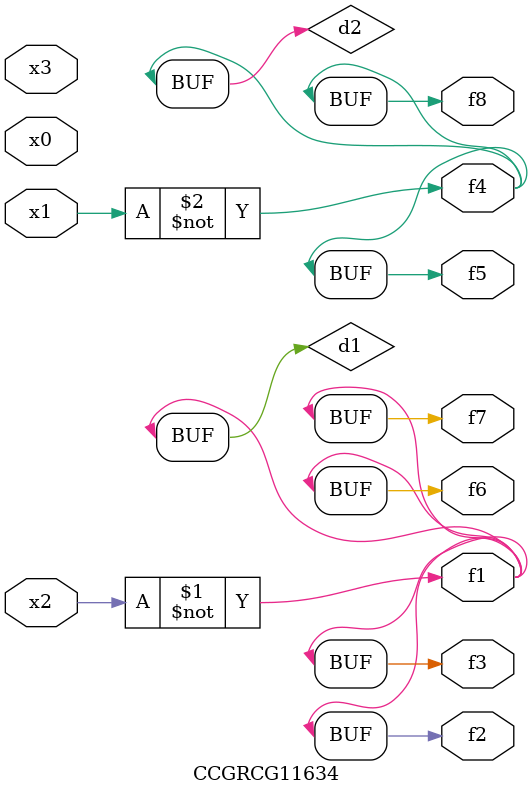
<source format=v>
module CCGRCG11634(
	input x0, x1, x2, x3,
	output f1, f2, f3, f4, f5, f6, f7, f8
);

	wire d1, d2;

	xnor (d1, x2);
	not (d2, x1);
	assign f1 = d1;
	assign f2 = d1;
	assign f3 = d1;
	assign f4 = d2;
	assign f5 = d2;
	assign f6 = d1;
	assign f7 = d1;
	assign f8 = d2;
endmodule

</source>
